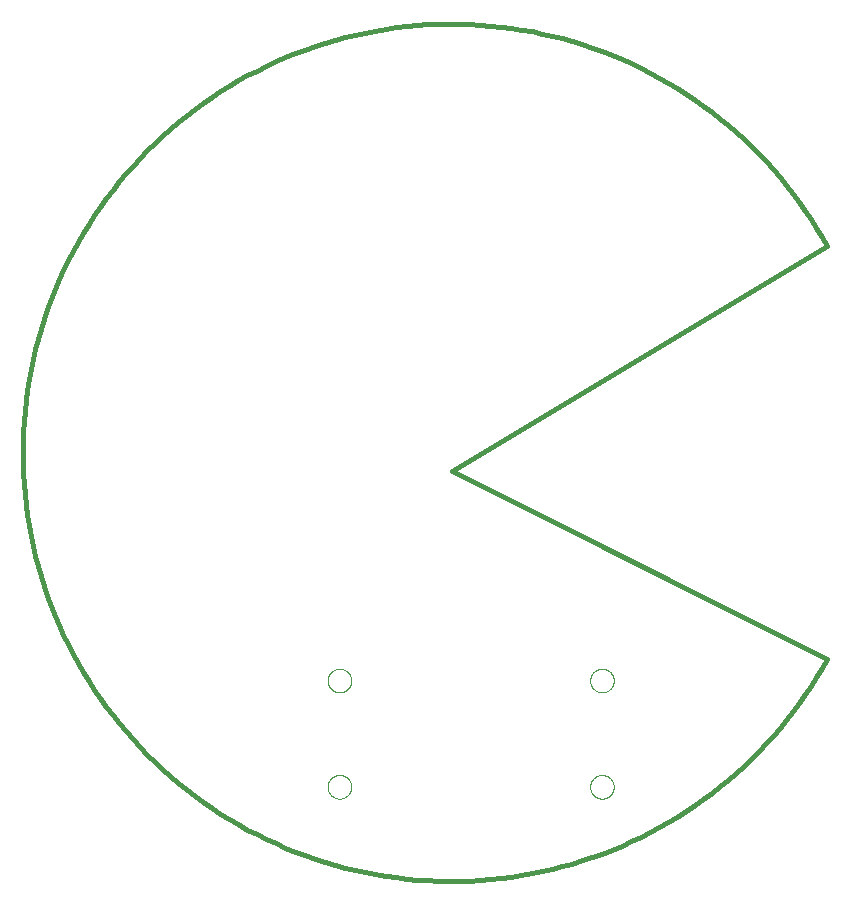
<source format=gtp>
G75*
%MOIN*%
%OFA0B0*%
%FSLAX25Y25*%
%IPPOS*%
%LPD*%
%AMOC8*
5,1,8,0,0,1.08239X$1,22.5*
%
%ADD10C,0.01600*%
%ADD11C,0.00000*%
D10*
X0145442Y0138419D02*
X0270442Y0075919D01*
X0270442Y0213419D02*
X0145442Y0138419D01*
X0270442Y0075919D02*
X0268724Y0072879D01*
X0266933Y0069882D01*
X0265069Y0066929D01*
X0263133Y0064023D01*
X0261127Y0061165D01*
X0259052Y0058357D01*
X0256909Y0055601D01*
X0254699Y0052898D01*
X0252423Y0050249D01*
X0250084Y0047657D01*
X0247682Y0045123D01*
X0245219Y0042648D01*
X0242696Y0040234D01*
X0240114Y0037883D01*
X0237476Y0035596D01*
X0234783Y0033373D01*
X0232037Y0031217D01*
X0229238Y0029129D01*
X0226389Y0027110D01*
X0223492Y0025161D01*
X0220548Y0023283D01*
X0217559Y0021478D01*
X0214527Y0019747D01*
X0211454Y0018090D01*
X0208341Y0016509D01*
X0205190Y0015004D01*
X0202003Y0013577D01*
X0198783Y0012228D01*
X0195530Y0010958D01*
X0192247Y0009768D01*
X0188937Y0008659D01*
X0185600Y0007630D01*
X0182239Y0006684D01*
X0178856Y0005820D01*
X0175452Y0005039D01*
X0172031Y0004342D01*
X0168594Y0003728D01*
X0165142Y0003198D01*
X0161679Y0002753D01*
X0158206Y0002393D01*
X0154725Y0002118D01*
X0151239Y0001928D01*
X0147749Y0001823D01*
X0144257Y0001803D01*
X0140766Y0001869D01*
X0137278Y0002020D01*
X0133794Y0002256D01*
X0130317Y0002578D01*
X0126849Y0002984D01*
X0123392Y0003475D01*
X0119948Y0004050D01*
X0116519Y0004709D01*
X0113108Y0005452D01*
X0109715Y0006277D01*
X0106344Y0007186D01*
X0102995Y0008177D01*
X0099672Y0009249D01*
X0096377Y0010402D01*
X0093110Y0011635D01*
X0089874Y0012948D01*
X0086672Y0014339D01*
X0083504Y0015809D01*
X0080374Y0017355D01*
X0077282Y0018977D01*
X0074230Y0020675D01*
X0071222Y0022446D01*
X0068257Y0024291D01*
X0065338Y0026207D01*
X0062467Y0028194D01*
X0059645Y0030251D01*
X0056875Y0032376D01*
X0054157Y0034568D01*
X0051493Y0036826D01*
X0048886Y0039148D01*
X0046336Y0041533D01*
X0043845Y0043980D01*
X0041415Y0046487D01*
X0039046Y0049053D01*
X0036741Y0051675D01*
X0034501Y0054354D01*
X0032327Y0057086D01*
X0030220Y0059871D01*
X0028182Y0062706D01*
X0026214Y0065590D01*
X0024317Y0068522D01*
X0022493Y0071498D01*
X0020741Y0074519D01*
X0019064Y0077582D01*
X0017462Y0080684D01*
X0015937Y0083825D01*
X0014488Y0087002D01*
X0013118Y0090214D01*
X0011827Y0093458D01*
X0010615Y0096733D01*
X0009484Y0100036D01*
X0008434Y0103366D01*
X0007465Y0106721D01*
X0006579Y0110098D01*
X0005775Y0113496D01*
X0005055Y0116912D01*
X0004419Y0120346D01*
X0003866Y0123793D01*
X0003398Y0127254D01*
X0003015Y0130724D01*
X0002717Y0134203D01*
X0002504Y0137688D01*
X0002376Y0141178D01*
X0002333Y0144669D01*
X0002376Y0148160D01*
X0002504Y0151650D01*
X0002717Y0155135D01*
X0003015Y0158614D01*
X0003398Y0162084D01*
X0003866Y0165545D01*
X0004419Y0168992D01*
X0005055Y0172426D01*
X0005775Y0175842D01*
X0006579Y0179240D01*
X0007465Y0182617D01*
X0008434Y0185972D01*
X0009484Y0189302D01*
X0010615Y0192605D01*
X0011827Y0195880D01*
X0013118Y0199124D01*
X0014488Y0202336D01*
X0015937Y0205513D01*
X0017462Y0208654D01*
X0019064Y0211756D01*
X0020741Y0214819D01*
X0022493Y0217840D01*
X0024317Y0220816D01*
X0026214Y0223748D01*
X0028182Y0226632D01*
X0030220Y0229467D01*
X0032327Y0232252D01*
X0034501Y0234984D01*
X0036741Y0237663D01*
X0039046Y0240285D01*
X0041415Y0242851D01*
X0043845Y0245358D01*
X0046336Y0247805D01*
X0048886Y0250190D01*
X0051493Y0252512D01*
X0054157Y0254770D01*
X0056875Y0256962D01*
X0059645Y0259087D01*
X0062467Y0261144D01*
X0065338Y0263131D01*
X0068257Y0265047D01*
X0071222Y0266892D01*
X0074230Y0268663D01*
X0077282Y0270361D01*
X0080374Y0271983D01*
X0083504Y0273529D01*
X0086672Y0274999D01*
X0089874Y0276390D01*
X0093110Y0277703D01*
X0096377Y0278936D01*
X0099672Y0280089D01*
X0102995Y0281161D01*
X0106344Y0282152D01*
X0109715Y0283061D01*
X0113108Y0283886D01*
X0116519Y0284629D01*
X0119948Y0285288D01*
X0123392Y0285863D01*
X0126849Y0286354D01*
X0130317Y0286760D01*
X0133794Y0287082D01*
X0137278Y0287318D01*
X0140766Y0287469D01*
X0144257Y0287535D01*
X0147749Y0287515D01*
X0151239Y0287410D01*
X0154725Y0287220D01*
X0158206Y0286945D01*
X0161679Y0286585D01*
X0165142Y0286140D01*
X0168594Y0285610D01*
X0172031Y0284996D01*
X0175452Y0284299D01*
X0178856Y0283518D01*
X0182239Y0282654D01*
X0185600Y0281708D01*
X0188937Y0280679D01*
X0192247Y0279570D01*
X0195530Y0278380D01*
X0198783Y0277110D01*
X0202003Y0275761D01*
X0205190Y0274334D01*
X0208341Y0272829D01*
X0211454Y0271248D01*
X0214527Y0269591D01*
X0217559Y0267860D01*
X0220548Y0266055D01*
X0223492Y0264177D01*
X0226389Y0262228D01*
X0229238Y0260209D01*
X0232037Y0258121D01*
X0234783Y0255965D01*
X0237476Y0253742D01*
X0240114Y0251455D01*
X0242696Y0249104D01*
X0245219Y0246690D01*
X0247682Y0244215D01*
X0250084Y0241681D01*
X0252423Y0239089D01*
X0254699Y0236440D01*
X0256909Y0233737D01*
X0259052Y0230981D01*
X0261127Y0228173D01*
X0263133Y0225315D01*
X0265069Y0222409D01*
X0266933Y0219456D01*
X0268724Y0216459D01*
X0270442Y0213419D01*
D11*
X0104005Y0033203D02*
X0104007Y0033328D01*
X0104013Y0033453D01*
X0104023Y0033577D01*
X0104037Y0033701D01*
X0104054Y0033825D01*
X0104076Y0033948D01*
X0104102Y0034070D01*
X0104131Y0034192D01*
X0104164Y0034312D01*
X0104202Y0034431D01*
X0104242Y0034550D01*
X0104287Y0034666D01*
X0104335Y0034781D01*
X0104387Y0034895D01*
X0104443Y0035007D01*
X0104502Y0035117D01*
X0104564Y0035225D01*
X0104630Y0035332D01*
X0104699Y0035436D01*
X0104772Y0035537D01*
X0104847Y0035637D01*
X0104926Y0035734D01*
X0105008Y0035828D01*
X0105093Y0035920D01*
X0105180Y0036009D01*
X0105271Y0036095D01*
X0105364Y0036178D01*
X0105460Y0036259D01*
X0105558Y0036336D01*
X0105658Y0036410D01*
X0105761Y0036481D01*
X0105866Y0036548D01*
X0105974Y0036613D01*
X0106083Y0036673D01*
X0106194Y0036731D01*
X0106307Y0036784D01*
X0106421Y0036834D01*
X0106537Y0036881D01*
X0106654Y0036923D01*
X0106773Y0036962D01*
X0106893Y0036998D01*
X0107014Y0037029D01*
X0107136Y0037057D01*
X0107258Y0037080D01*
X0107382Y0037100D01*
X0107506Y0037116D01*
X0107630Y0037128D01*
X0107755Y0037136D01*
X0107880Y0037140D01*
X0108004Y0037140D01*
X0108129Y0037136D01*
X0108254Y0037128D01*
X0108378Y0037116D01*
X0108502Y0037100D01*
X0108626Y0037080D01*
X0108748Y0037057D01*
X0108870Y0037029D01*
X0108991Y0036998D01*
X0109111Y0036962D01*
X0109230Y0036923D01*
X0109347Y0036881D01*
X0109463Y0036834D01*
X0109577Y0036784D01*
X0109690Y0036731D01*
X0109801Y0036673D01*
X0109911Y0036613D01*
X0110018Y0036548D01*
X0110123Y0036481D01*
X0110226Y0036410D01*
X0110326Y0036336D01*
X0110424Y0036259D01*
X0110520Y0036178D01*
X0110613Y0036095D01*
X0110704Y0036009D01*
X0110791Y0035920D01*
X0110876Y0035828D01*
X0110958Y0035734D01*
X0111037Y0035637D01*
X0111112Y0035537D01*
X0111185Y0035436D01*
X0111254Y0035332D01*
X0111320Y0035225D01*
X0111382Y0035117D01*
X0111441Y0035007D01*
X0111497Y0034895D01*
X0111549Y0034781D01*
X0111597Y0034666D01*
X0111642Y0034550D01*
X0111682Y0034431D01*
X0111720Y0034312D01*
X0111753Y0034192D01*
X0111782Y0034070D01*
X0111808Y0033948D01*
X0111830Y0033825D01*
X0111847Y0033701D01*
X0111861Y0033577D01*
X0111871Y0033453D01*
X0111877Y0033328D01*
X0111879Y0033203D01*
X0111877Y0033078D01*
X0111871Y0032953D01*
X0111861Y0032829D01*
X0111847Y0032705D01*
X0111830Y0032581D01*
X0111808Y0032458D01*
X0111782Y0032336D01*
X0111753Y0032214D01*
X0111720Y0032094D01*
X0111682Y0031975D01*
X0111642Y0031856D01*
X0111597Y0031740D01*
X0111549Y0031625D01*
X0111497Y0031511D01*
X0111441Y0031399D01*
X0111382Y0031289D01*
X0111320Y0031181D01*
X0111254Y0031074D01*
X0111185Y0030970D01*
X0111112Y0030869D01*
X0111037Y0030769D01*
X0110958Y0030672D01*
X0110876Y0030578D01*
X0110791Y0030486D01*
X0110704Y0030397D01*
X0110613Y0030311D01*
X0110520Y0030228D01*
X0110424Y0030147D01*
X0110326Y0030070D01*
X0110226Y0029996D01*
X0110123Y0029925D01*
X0110018Y0029858D01*
X0109910Y0029793D01*
X0109801Y0029733D01*
X0109690Y0029675D01*
X0109577Y0029622D01*
X0109463Y0029572D01*
X0109347Y0029525D01*
X0109230Y0029483D01*
X0109111Y0029444D01*
X0108991Y0029408D01*
X0108870Y0029377D01*
X0108748Y0029349D01*
X0108626Y0029326D01*
X0108502Y0029306D01*
X0108378Y0029290D01*
X0108254Y0029278D01*
X0108129Y0029270D01*
X0108004Y0029266D01*
X0107880Y0029266D01*
X0107755Y0029270D01*
X0107630Y0029278D01*
X0107506Y0029290D01*
X0107382Y0029306D01*
X0107258Y0029326D01*
X0107136Y0029349D01*
X0107014Y0029377D01*
X0106893Y0029408D01*
X0106773Y0029444D01*
X0106654Y0029483D01*
X0106537Y0029525D01*
X0106421Y0029572D01*
X0106307Y0029622D01*
X0106194Y0029675D01*
X0106083Y0029733D01*
X0105973Y0029793D01*
X0105866Y0029858D01*
X0105761Y0029925D01*
X0105658Y0029996D01*
X0105558Y0030070D01*
X0105460Y0030147D01*
X0105364Y0030228D01*
X0105271Y0030311D01*
X0105180Y0030397D01*
X0105093Y0030486D01*
X0105008Y0030578D01*
X0104926Y0030672D01*
X0104847Y0030769D01*
X0104772Y0030869D01*
X0104699Y0030970D01*
X0104630Y0031074D01*
X0104564Y0031181D01*
X0104502Y0031289D01*
X0104443Y0031399D01*
X0104387Y0031511D01*
X0104335Y0031625D01*
X0104287Y0031740D01*
X0104242Y0031856D01*
X0104202Y0031975D01*
X0104164Y0032094D01*
X0104131Y0032214D01*
X0104102Y0032336D01*
X0104076Y0032458D01*
X0104054Y0032581D01*
X0104037Y0032705D01*
X0104023Y0032829D01*
X0104013Y0032953D01*
X0104007Y0033078D01*
X0104005Y0033203D01*
X0104005Y0068636D02*
X0104007Y0068761D01*
X0104013Y0068886D01*
X0104023Y0069010D01*
X0104037Y0069134D01*
X0104054Y0069258D01*
X0104076Y0069381D01*
X0104102Y0069503D01*
X0104131Y0069625D01*
X0104164Y0069745D01*
X0104202Y0069864D01*
X0104242Y0069983D01*
X0104287Y0070099D01*
X0104335Y0070214D01*
X0104387Y0070328D01*
X0104443Y0070440D01*
X0104502Y0070550D01*
X0104564Y0070658D01*
X0104630Y0070765D01*
X0104699Y0070869D01*
X0104772Y0070970D01*
X0104847Y0071070D01*
X0104926Y0071167D01*
X0105008Y0071261D01*
X0105093Y0071353D01*
X0105180Y0071442D01*
X0105271Y0071528D01*
X0105364Y0071611D01*
X0105460Y0071692D01*
X0105558Y0071769D01*
X0105658Y0071843D01*
X0105761Y0071914D01*
X0105866Y0071981D01*
X0105974Y0072046D01*
X0106083Y0072106D01*
X0106194Y0072164D01*
X0106307Y0072217D01*
X0106421Y0072267D01*
X0106537Y0072314D01*
X0106654Y0072356D01*
X0106773Y0072395D01*
X0106893Y0072431D01*
X0107014Y0072462D01*
X0107136Y0072490D01*
X0107258Y0072513D01*
X0107382Y0072533D01*
X0107506Y0072549D01*
X0107630Y0072561D01*
X0107755Y0072569D01*
X0107880Y0072573D01*
X0108004Y0072573D01*
X0108129Y0072569D01*
X0108254Y0072561D01*
X0108378Y0072549D01*
X0108502Y0072533D01*
X0108626Y0072513D01*
X0108748Y0072490D01*
X0108870Y0072462D01*
X0108991Y0072431D01*
X0109111Y0072395D01*
X0109230Y0072356D01*
X0109347Y0072314D01*
X0109463Y0072267D01*
X0109577Y0072217D01*
X0109690Y0072164D01*
X0109801Y0072106D01*
X0109911Y0072046D01*
X0110018Y0071981D01*
X0110123Y0071914D01*
X0110226Y0071843D01*
X0110326Y0071769D01*
X0110424Y0071692D01*
X0110520Y0071611D01*
X0110613Y0071528D01*
X0110704Y0071442D01*
X0110791Y0071353D01*
X0110876Y0071261D01*
X0110958Y0071167D01*
X0111037Y0071070D01*
X0111112Y0070970D01*
X0111185Y0070869D01*
X0111254Y0070765D01*
X0111320Y0070658D01*
X0111382Y0070550D01*
X0111441Y0070440D01*
X0111497Y0070328D01*
X0111549Y0070214D01*
X0111597Y0070099D01*
X0111642Y0069983D01*
X0111682Y0069864D01*
X0111720Y0069745D01*
X0111753Y0069625D01*
X0111782Y0069503D01*
X0111808Y0069381D01*
X0111830Y0069258D01*
X0111847Y0069134D01*
X0111861Y0069010D01*
X0111871Y0068886D01*
X0111877Y0068761D01*
X0111879Y0068636D01*
X0111877Y0068511D01*
X0111871Y0068386D01*
X0111861Y0068262D01*
X0111847Y0068138D01*
X0111830Y0068014D01*
X0111808Y0067891D01*
X0111782Y0067769D01*
X0111753Y0067647D01*
X0111720Y0067527D01*
X0111682Y0067408D01*
X0111642Y0067289D01*
X0111597Y0067173D01*
X0111549Y0067058D01*
X0111497Y0066944D01*
X0111441Y0066832D01*
X0111382Y0066722D01*
X0111320Y0066614D01*
X0111254Y0066507D01*
X0111185Y0066403D01*
X0111112Y0066302D01*
X0111037Y0066202D01*
X0110958Y0066105D01*
X0110876Y0066011D01*
X0110791Y0065919D01*
X0110704Y0065830D01*
X0110613Y0065744D01*
X0110520Y0065661D01*
X0110424Y0065580D01*
X0110326Y0065503D01*
X0110226Y0065429D01*
X0110123Y0065358D01*
X0110018Y0065291D01*
X0109910Y0065226D01*
X0109801Y0065166D01*
X0109690Y0065108D01*
X0109577Y0065055D01*
X0109463Y0065005D01*
X0109347Y0064958D01*
X0109230Y0064916D01*
X0109111Y0064877D01*
X0108991Y0064841D01*
X0108870Y0064810D01*
X0108748Y0064782D01*
X0108626Y0064759D01*
X0108502Y0064739D01*
X0108378Y0064723D01*
X0108254Y0064711D01*
X0108129Y0064703D01*
X0108004Y0064699D01*
X0107880Y0064699D01*
X0107755Y0064703D01*
X0107630Y0064711D01*
X0107506Y0064723D01*
X0107382Y0064739D01*
X0107258Y0064759D01*
X0107136Y0064782D01*
X0107014Y0064810D01*
X0106893Y0064841D01*
X0106773Y0064877D01*
X0106654Y0064916D01*
X0106537Y0064958D01*
X0106421Y0065005D01*
X0106307Y0065055D01*
X0106194Y0065108D01*
X0106083Y0065166D01*
X0105973Y0065226D01*
X0105866Y0065291D01*
X0105761Y0065358D01*
X0105658Y0065429D01*
X0105558Y0065503D01*
X0105460Y0065580D01*
X0105364Y0065661D01*
X0105271Y0065744D01*
X0105180Y0065830D01*
X0105093Y0065919D01*
X0105008Y0066011D01*
X0104926Y0066105D01*
X0104847Y0066202D01*
X0104772Y0066302D01*
X0104699Y0066403D01*
X0104630Y0066507D01*
X0104564Y0066614D01*
X0104502Y0066722D01*
X0104443Y0066832D01*
X0104387Y0066944D01*
X0104335Y0067058D01*
X0104287Y0067173D01*
X0104242Y0067289D01*
X0104202Y0067408D01*
X0104164Y0067527D01*
X0104131Y0067647D01*
X0104102Y0067769D01*
X0104076Y0067891D01*
X0104054Y0068014D01*
X0104037Y0068138D01*
X0104023Y0068262D01*
X0104013Y0068386D01*
X0104007Y0068511D01*
X0104005Y0068636D01*
X0191505Y0068636D02*
X0191507Y0068761D01*
X0191513Y0068886D01*
X0191523Y0069010D01*
X0191537Y0069134D01*
X0191554Y0069258D01*
X0191576Y0069381D01*
X0191602Y0069503D01*
X0191631Y0069625D01*
X0191664Y0069745D01*
X0191702Y0069864D01*
X0191742Y0069983D01*
X0191787Y0070099D01*
X0191835Y0070214D01*
X0191887Y0070328D01*
X0191943Y0070440D01*
X0192002Y0070550D01*
X0192064Y0070658D01*
X0192130Y0070765D01*
X0192199Y0070869D01*
X0192272Y0070970D01*
X0192347Y0071070D01*
X0192426Y0071167D01*
X0192508Y0071261D01*
X0192593Y0071353D01*
X0192680Y0071442D01*
X0192771Y0071528D01*
X0192864Y0071611D01*
X0192960Y0071692D01*
X0193058Y0071769D01*
X0193158Y0071843D01*
X0193261Y0071914D01*
X0193366Y0071981D01*
X0193474Y0072046D01*
X0193583Y0072106D01*
X0193694Y0072164D01*
X0193807Y0072217D01*
X0193921Y0072267D01*
X0194037Y0072314D01*
X0194154Y0072356D01*
X0194273Y0072395D01*
X0194393Y0072431D01*
X0194514Y0072462D01*
X0194636Y0072490D01*
X0194758Y0072513D01*
X0194882Y0072533D01*
X0195006Y0072549D01*
X0195130Y0072561D01*
X0195255Y0072569D01*
X0195380Y0072573D01*
X0195504Y0072573D01*
X0195629Y0072569D01*
X0195754Y0072561D01*
X0195878Y0072549D01*
X0196002Y0072533D01*
X0196126Y0072513D01*
X0196248Y0072490D01*
X0196370Y0072462D01*
X0196491Y0072431D01*
X0196611Y0072395D01*
X0196730Y0072356D01*
X0196847Y0072314D01*
X0196963Y0072267D01*
X0197077Y0072217D01*
X0197190Y0072164D01*
X0197301Y0072106D01*
X0197411Y0072046D01*
X0197518Y0071981D01*
X0197623Y0071914D01*
X0197726Y0071843D01*
X0197826Y0071769D01*
X0197924Y0071692D01*
X0198020Y0071611D01*
X0198113Y0071528D01*
X0198204Y0071442D01*
X0198291Y0071353D01*
X0198376Y0071261D01*
X0198458Y0071167D01*
X0198537Y0071070D01*
X0198612Y0070970D01*
X0198685Y0070869D01*
X0198754Y0070765D01*
X0198820Y0070658D01*
X0198882Y0070550D01*
X0198941Y0070440D01*
X0198997Y0070328D01*
X0199049Y0070214D01*
X0199097Y0070099D01*
X0199142Y0069983D01*
X0199182Y0069864D01*
X0199220Y0069745D01*
X0199253Y0069625D01*
X0199282Y0069503D01*
X0199308Y0069381D01*
X0199330Y0069258D01*
X0199347Y0069134D01*
X0199361Y0069010D01*
X0199371Y0068886D01*
X0199377Y0068761D01*
X0199379Y0068636D01*
X0199377Y0068511D01*
X0199371Y0068386D01*
X0199361Y0068262D01*
X0199347Y0068138D01*
X0199330Y0068014D01*
X0199308Y0067891D01*
X0199282Y0067769D01*
X0199253Y0067647D01*
X0199220Y0067527D01*
X0199182Y0067408D01*
X0199142Y0067289D01*
X0199097Y0067173D01*
X0199049Y0067058D01*
X0198997Y0066944D01*
X0198941Y0066832D01*
X0198882Y0066722D01*
X0198820Y0066614D01*
X0198754Y0066507D01*
X0198685Y0066403D01*
X0198612Y0066302D01*
X0198537Y0066202D01*
X0198458Y0066105D01*
X0198376Y0066011D01*
X0198291Y0065919D01*
X0198204Y0065830D01*
X0198113Y0065744D01*
X0198020Y0065661D01*
X0197924Y0065580D01*
X0197826Y0065503D01*
X0197726Y0065429D01*
X0197623Y0065358D01*
X0197518Y0065291D01*
X0197410Y0065226D01*
X0197301Y0065166D01*
X0197190Y0065108D01*
X0197077Y0065055D01*
X0196963Y0065005D01*
X0196847Y0064958D01*
X0196730Y0064916D01*
X0196611Y0064877D01*
X0196491Y0064841D01*
X0196370Y0064810D01*
X0196248Y0064782D01*
X0196126Y0064759D01*
X0196002Y0064739D01*
X0195878Y0064723D01*
X0195754Y0064711D01*
X0195629Y0064703D01*
X0195504Y0064699D01*
X0195380Y0064699D01*
X0195255Y0064703D01*
X0195130Y0064711D01*
X0195006Y0064723D01*
X0194882Y0064739D01*
X0194758Y0064759D01*
X0194636Y0064782D01*
X0194514Y0064810D01*
X0194393Y0064841D01*
X0194273Y0064877D01*
X0194154Y0064916D01*
X0194037Y0064958D01*
X0193921Y0065005D01*
X0193807Y0065055D01*
X0193694Y0065108D01*
X0193583Y0065166D01*
X0193473Y0065226D01*
X0193366Y0065291D01*
X0193261Y0065358D01*
X0193158Y0065429D01*
X0193058Y0065503D01*
X0192960Y0065580D01*
X0192864Y0065661D01*
X0192771Y0065744D01*
X0192680Y0065830D01*
X0192593Y0065919D01*
X0192508Y0066011D01*
X0192426Y0066105D01*
X0192347Y0066202D01*
X0192272Y0066302D01*
X0192199Y0066403D01*
X0192130Y0066507D01*
X0192064Y0066614D01*
X0192002Y0066722D01*
X0191943Y0066832D01*
X0191887Y0066944D01*
X0191835Y0067058D01*
X0191787Y0067173D01*
X0191742Y0067289D01*
X0191702Y0067408D01*
X0191664Y0067527D01*
X0191631Y0067647D01*
X0191602Y0067769D01*
X0191576Y0067891D01*
X0191554Y0068014D01*
X0191537Y0068138D01*
X0191523Y0068262D01*
X0191513Y0068386D01*
X0191507Y0068511D01*
X0191505Y0068636D01*
X0191505Y0033203D02*
X0191507Y0033328D01*
X0191513Y0033453D01*
X0191523Y0033577D01*
X0191537Y0033701D01*
X0191554Y0033825D01*
X0191576Y0033948D01*
X0191602Y0034070D01*
X0191631Y0034192D01*
X0191664Y0034312D01*
X0191702Y0034431D01*
X0191742Y0034550D01*
X0191787Y0034666D01*
X0191835Y0034781D01*
X0191887Y0034895D01*
X0191943Y0035007D01*
X0192002Y0035117D01*
X0192064Y0035225D01*
X0192130Y0035332D01*
X0192199Y0035436D01*
X0192272Y0035537D01*
X0192347Y0035637D01*
X0192426Y0035734D01*
X0192508Y0035828D01*
X0192593Y0035920D01*
X0192680Y0036009D01*
X0192771Y0036095D01*
X0192864Y0036178D01*
X0192960Y0036259D01*
X0193058Y0036336D01*
X0193158Y0036410D01*
X0193261Y0036481D01*
X0193366Y0036548D01*
X0193474Y0036613D01*
X0193583Y0036673D01*
X0193694Y0036731D01*
X0193807Y0036784D01*
X0193921Y0036834D01*
X0194037Y0036881D01*
X0194154Y0036923D01*
X0194273Y0036962D01*
X0194393Y0036998D01*
X0194514Y0037029D01*
X0194636Y0037057D01*
X0194758Y0037080D01*
X0194882Y0037100D01*
X0195006Y0037116D01*
X0195130Y0037128D01*
X0195255Y0037136D01*
X0195380Y0037140D01*
X0195504Y0037140D01*
X0195629Y0037136D01*
X0195754Y0037128D01*
X0195878Y0037116D01*
X0196002Y0037100D01*
X0196126Y0037080D01*
X0196248Y0037057D01*
X0196370Y0037029D01*
X0196491Y0036998D01*
X0196611Y0036962D01*
X0196730Y0036923D01*
X0196847Y0036881D01*
X0196963Y0036834D01*
X0197077Y0036784D01*
X0197190Y0036731D01*
X0197301Y0036673D01*
X0197411Y0036613D01*
X0197518Y0036548D01*
X0197623Y0036481D01*
X0197726Y0036410D01*
X0197826Y0036336D01*
X0197924Y0036259D01*
X0198020Y0036178D01*
X0198113Y0036095D01*
X0198204Y0036009D01*
X0198291Y0035920D01*
X0198376Y0035828D01*
X0198458Y0035734D01*
X0198537Y0035637D01*
X0198612Y0035537D01*
X0198685Y0035436D01*
X0198754Y0035332D01*
X0198820Y0035225D01*
X0198882Y0035117D01*
X0198941Y0035007D01*
X0198997Y0034895D01*
X0199049Y0034781D01*
X0199097Y0034666D01*
X0199142Y0034550D01*
X0199182Y0034431D01*
X0199220Y0034312D01*
X0199253Y0034192D01*
X0199282Y0034070D01*
X0199308Y0033948D01*
X0199330Y0033825D01*
X0199347Y0033701D01*
X0199361Y0033577D01*
X0199371Y0033453D01*
X0199377Y0033328D01*
X0199379Y0033203D01*
X0199377Y0033078D01*
X0199371Y0032953D01*
X0199361Y0032829D01*
X0199347Y0032705D01*
X0199330Y0032581D01*
X0199308Y0032458D01*
X0199282Y0032336D01*
X0199253Y0032214D01*
X0199220Y0032094D01*
X0199182Y0031975D01*
X0199142Y0031856D01*
X0199097Y0031740D01*
X0199049Y0031625D01*
X0198997Y0031511D01*
X0198941Y0031399D01*
X0198882Y0031289D01*
X0198820Y0031181D01*
X0198754Y0031074D01*
X0198685Y0030970D01*
X0198612Y0030869D01*
X0198537Y0030769D01*
X0198458Y0030672D01*
X0198376Y0030578D01*
X0198291Y0030486D01*
X0198204Y0030397D01*
X0198113Y0030311D01*
X0198020Y0030228D01*
X0197924Y0030147D01*
X0197826Y0030070D01*
X0197726Y0029996D01*
X0197623Y0029925D01*
X0197518Y0029858D01*
X0197410Y0029793D01*
X0197301Y0029733D01*
X0197190Y0029675D01*
X0197077Y0029622D01*
X0196963Y0029572D01*
X0196847Y0029525D01*
X0196730Y0029483D01*
X0196611Y0029444D01*
X0196491Y0029408D01*
X0196370Y0029377D01*
X0196248Y0029349D01*
X0196126Y0029326D01*
X0196002Y0029306D01*
X0195878Y0029290D01*
X0195754Y0029278D01*
X0195629Y0029270D01*
X0195504Y0029266D01*
X0195380Y0029266D01*
X0195255Y0029270D01*
X0195130Y0029278D01*
X0195006Y0029290D01*
X0194882Y0029306D01*
X0194758Y0029326D01*
X0194636Y0029349D01*
X0194514Y0029377D01*
X0194393Y0029408D01*
X0194273Y0029444D01*
X0194154Y0029483D01*
X0194037Y0029525D01*
X0193921Y0029572D01*
X0193807Y0029622D01*
X0193694Y0029675D01*
X0193583Y0029733D01*
X0193473Y0029793D01*
X0193366Y0029858D01*
X0193261Y0029925D01*
X0193158Y0029996D01*
X0193058Y0030070D01*
X0192960Y0030147D01*
X0192864Y0030228D01*
X0192771Y0030311D01*
X0192680Y0030397D01*
X0192593Y0030486D01*
X0192508Y0030578D01*
X0192426Y0030672D01*
X0192347Y0030769D01*
X0192272Y0030869D01*
X0192199Y0030970D01*
X0192130Y0031074D01*
X0192064Y0031181D01*
X0192002Y0031289D01*
X0191943Y0031399D01*
X0191887Y0031511D01*
X0191835Y0031625D01*
X0191787Y0031740D01*
X0191742Y0031856D01*
X0191702Y0031975D01*
X0191664Y0032094D01*
X0191631Y0032214D01*
X0191602Y0032336D01*
X0191576Y0032458D01*
X0191554Y0032581D01*
X0191537Y0032705D01*
X0191523Y0032829D01*
X0191513Y0032953D01*
X0191507Y0033078D01*
X0191505Y0033203D01*
M02*

</source>
